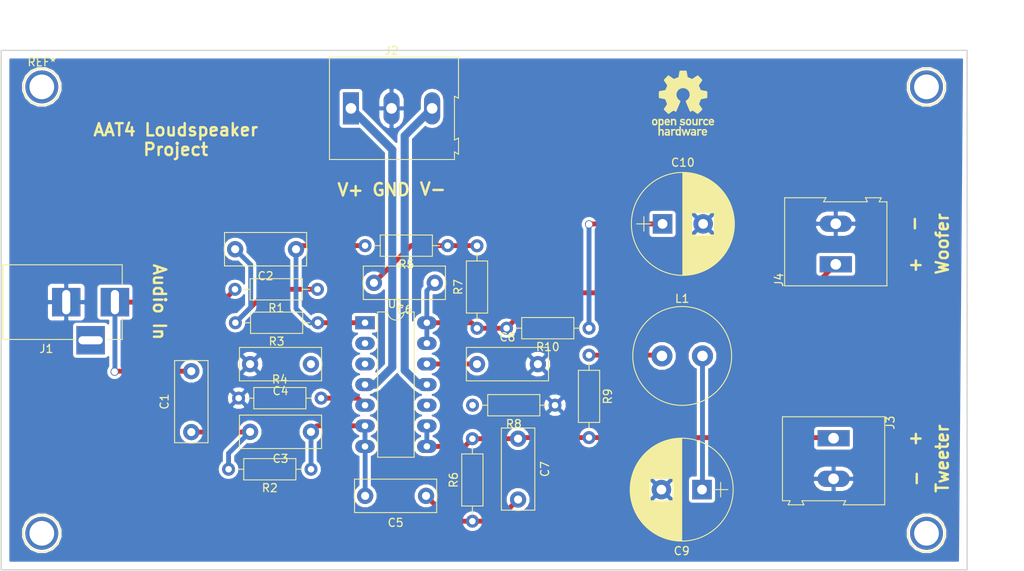
<source format=kicad_pcb>
(kicad_pcb (version 4) (host pcbnew 4.0.7-e2-6376~58~ubuntu16.04.1)
  (layers (0 F.Cu signal) (31 B.Cu signal) (34 B.Paste user) (35 F.Paste user) (36 B.SilkS user) (37 F.SilkS user) (38 B.Mask user) (39 F.Mask user) (44 Edge.Cuts user))
  (net 0 "")
  (net 1 "Net-(C2-Pad1)")
  (net 2 "Net-(C2-Pad2)")
  (net 3 "Net-(C4-Pad1)")
  (net 4 GNDA)
  (net 5 LP_OUT)
  (net 6 "Net-(C6-Pad2)")
  (net 7 "Net-(C8-Pad1)")
  (net 8 "Net-(C9-Pad1)")
  (net 9 "Net-(C10-Pad1)")
  (net 10 AUDIO_IN)
  (net 11 +Vs)
  (net 12 -Vs)
  (net 13 HP_OUT)
  (net 14 "Net-(L1-Pad1)")
  (net 15 "Net-(C3-Pad1)")
  (net 16 "Net-(R4-Pad2)")
  (net 17 "Net-(R8-Pad2)")
  (net 18 "Net-(C1-Pad1)")
  (net 19 "Net-(C5-Pad1)")
  (module Capacitors_THT:CP_Radial_D12.5mm_P5.00mm (layer F.Cu) (at 170.84 120.12 180)
    (fp_text reference C9 (at 2.5 -7.56 180) (layer F.SilkS))
    (fp_text value 33uF)
    (pad 1 thru_hole rect (at 0 0 180) (size 2.4 2.4) (drill 1.2) (layers *.Cu *.Mask) (net 8 "Net-(C9-Pad1)"))
    (pad 2 thru_hole circle (at 5 0 180) (size 2.4 2.4) (drill 1.2) (layers *.Cu *.Mask) (net 4 GNDA))
  )
  (module Capacitors_THT:CP_Radial_D12.5mm_P5.00mm (layer F.Cu) (at 165.98 87.38)
    (fp_text reference C10 (at 2.5 -7.56) (layer F.SilkS))
    (fp_text value 33uF)
    (pad 1 thru_hole rect (at 0 0) (size 2.4 2.4) (drill 1.2) (layers *.Cu *.Mask) (net 9 "Net-(C10-Pad1)"))
    (pad 2 thru_hole circle (at 5 0) (size 2.4 2.4) (drill 1.2) (layers *.Cu *.Mask) (net 4 GNDA))
  )
  (module Connectors:BARREL_JACK (layer F.Cu) (at 98.51 97.02)
    (fp_text reference J1 (at -8.45 5.75 180) (layer F.SilkS))
    (fp_text value Audio-Jack-2)
    (pad 1 thru_hole rect (at 0 0) (size 3.5 3.5) (drill oval 1 3) (layers *.Cu *.Mask) (net 10 AUDIO_IN))
    (pad 2 thru_hole rect (at -6 0) (size 3.5 3.5) (drill oval 1 3) (layers *.Cu *.Mask) (net 4 GNDA))
    (pad 3 thru_hole rect (at -3 4.7) (size 3.5 3.5) (drill oval 3 1) (layers *.Cu *.Mask))
  )
  (module Connectors_Terminal_Blocks:TerminalBlock_Altech_AK300-3_P5.00mm (layer F.Cu) (at 127.59 73.15)
    (fp_text reference J2 (at 5 -7.1) (layer F.SilkS))
    (fp_text value CONN_01X03)
    (pad 1 thru_hole rect (at 0 0) (size 1.98 3.96) (drill 1.32) (layers *.Cu *.Mask) (net 11 +Vs))
    (pad 2 thru_hole oval (at 5 0) (size 1.98 3.96) (drill 1.32) (layers *.Cu *.Mask) (net 4 GNDA))
    (pad 3 thru_hole oval (at 10 0) (size 1.98 3.96) (drill 1.32) (layers *.Cu *.Mask) (net 12 -Vs))
  )
  (module Connectors_Terminal_Blocks:TerminalBlock_Altech_AK300-2_P5.00mm (layer F.Cu) (at 187.05 113.79 270)
    (fp_text reference J3 (at -1.92 -6.99 270) (layer F.SilkS))
    (fp_text value "811582 DT-80H")
    (pad 1 thru_hole rect (at 0 0 270) (size 1.98 3.96) (drill 1.32) (layers *.Cu *.Mask) (net 13 HP_OUT))
    (pad 2 thru_hole oval (at 5 0 270) (size 1.98 3.96) (drill 1.32) (layers *.Cu *.Mask) (net 4 GNDA))
  )
  (module Connectors_Terminal_Blocks:TerminalBlock_Altech_AK300-2_P5.00mm (layer F.Cu) (at 187.32 92.36 90)
    (fp_text reference J4 (at -1.92 -6.99 90) (layer F.SilkS))
    (fp_text value TF1225)
    (pad 1 thru_hole rect (at 0 0 90) (size 1.98 3.96) (drill 1.32) (layers *.Cu *.Mask) (net 5 LP_OUT))
    (pad 2 thru_hole oval (at 5 0 90) (size 1.98 3.96) (drill 1.32) (layers *.Cu *.Mask) (net 4 GNDA))
  )
  (module Inductors_THT:L_Radial_D12.0mm_P5.00mm_Fastron_11P (layer F.Cu) (at 165.9 103.65)
    (fp_text reference L1 (at 2.5 -7.06) (layer F.SilkS))
    (fp_text value 0.7mH)
    (pad 1 thru_hole circle (at 0 0) (size 2.6 2.6) (drill 1.3) (layers *.Cu *.Mask) (net 14 "Net-(L1-Pad1)"))
    (pad 2 thru_hole circle (at 5 0) (size 2.6 2.6) (drill 1.3) (layers *.Cu *.Mask) (net 8 "Net-(C9-Pad1)"))
  )
  (module Housings_DIP:DIP-14_W7.62mm_LongPads (layer F.Cu) (at 129.32 99.56)
    (fp_text reference U1 (at 3.81 -2.33) (layer F.SilkS))
    (fp_text value TL074)
    (pad 1 thru_hole rect (at 0 0) (size 2.4 1.6) (drill 0.8) (layers *.Cu *.Mask) (net 1 "Net-(C2-Pad1)"))
    (pad 8 thru_hole oval (at 7.62 15.24) (size 2.4 1.6) (drill 0.8) (layers *.Cu *.Mask) (net 13 HP_OUT))
    (pad 2 thru_hole oval (at 0 2.54) (size 2.4 1.6) (drill 0.8) (layers *.Cu *.Mask) (net 1 "Net-(C2-Pad1)"))
    (pad 9 thru_hole oval (at 7.62 12.7) (size 2.4 1.6) (drill 0.8) (layers *.Cu *.Mask) (net 13 HP_OUT))
    (pad 3 thru_hole oval (at 0 5.08) (size 2.4 1.6) (drill 0.8) (layers *.Cu *.Mask) (net 3 "Net-(C4-Pad1)"))
    (pad 10 thru_hole oval (at 7.62 10.16) (size 2.4 1.6) (drill 0.8) (layers *.Cu *.Mask) (net 17 "Net-(R8-Pad2)"))
    (pad 4 thru_hole oval (at 0 7.62) (size 2.4 1.6) (drill 0.8) (layers *.Cu *.Mask) (net 11 +Vs))
    (pad 11 thru_hole oval (at 7.62 7.62) (size 2.4 1.6) (drill 0.8) (layers *.Cu *.Mask) (net 12 -Vs))
    (pad 5 thru_hole oval (at 0 10.16) (size 2.4 1.6) (drill 0.8) (layers *.Cu *.Mask) (net 16 "Net-(R4-Pad2)"))
    (pad 12 thru_hole oval (at 7.62 5.08) (size 2.4 1.6) (drill 0.8) (layers *.Cu *.Mask) (net 7 "Net-(C8-Pad1)"))
    (pad 6 thru_hole oval (at 0 12.7) (size 2.4 1.6) (drill 0.8) (layers *.Cu *.Mask) (net 15 "Net-(C3-Pad1)"))
    (pad 13 thru_hole oval (at 7.62 2.54) (size 2.4 1.6) (drill 0.8) (layers *.Cu *.Mask) (net 5 LP_OUT))
    (pad 7 thru_hole oval (at 0 15.24) (size 2.4 1.6) (drill 0.8) (layers *.Cu *.Mask) (net 15 "Net-(C3-Pad1)"))
    (pad 14 thru_hole oval (at 7.62 0) (size 2.4 1.6) (drill 0.8) (layers *.Cu *.Mask) (net 5 LP_OUT))
  )
  (module Resistors_THT:R_Axial_DIN0207_L6.3mm_D2.5mm_P10.16mm_Horizontal (layer F.Cu) (at 139.49 90.06 180)
    (fp_text reference R5 (at 5.08 -2.31 180) (layer F.SilkS))
    (fp_text value 1K9)
    (pad 1 thru_hole circle (at 0 0 180) (size 1.6 1.6) (drill 0.8) (layers *.Cu *.Mask) (net 6 "Net-(C6-Pad2)"))
    (pad 2 thru_hole oval (at 10.16 0 180) (size 1.6 1.6) (drill 0.8) (layers *.Cu *.Mask) (net 1 "Net-(C2-Pad1)"))
  )
  (module Resistors_THT:R_Axial_DIN0207_L6.3mm_D2.5mm_P10.16mm_Horizontal (layer F.Cu) (at 123.46 95.44 180)
    (fp_text reference R1 (at 5.08 -2.31 180) (layer F.SilkS))
    (fp_text value 1K9)
    (pad 1 thru_hole circle (at 0 0 180) (size 1.6 1.6) (drill 0.8) (layers *.Cu *.Mask) (net 2 "Net-(C2-Pad2)"))
    (pad 2 thru_hole oval (at 10.16 0 180) (size 1.6 1.6) (drill 0.8) (layers *.Cu *.Mask) (net 10 AUDIO_IN))
  )
  (module Resistors_THT:R_Axial_DIN0207_L6.3mm_D2.5mm_P10.16mm_Horizontal (layer F.Cu) (at 122.67 117.61 180)
    (fp_text reference R2 (at 5.08 -2.31 180) (layer F.SilkS))
    (fp_text value 1K9)
    (pad 1 thru_hole circle (at 0 0 180) (size 1.6 1.6) (drill 0.8) (layers *.Cu *.Mask) (net 15 "Net-(C3-Pad1)"))
    (pad 2 thru_hole oval (at 10.16 0 180) (size 1.6 1.6) (drill 0.8) (layers *.Cu *.Mask) (net 18 "Net-(C1-Pad1)"))
  )
  (module Resistors_THT:R_Axial_DIN0207_L6.3mm_D2.5mm_P10.16mm_Horizontal (layer F.Cu) (at 123.51 99.56 180)
    (fp_text reference R3 (at 5.08 -2.31 180) (layer F.SilkS))
    (fp_text value 1K9)
    (pad 1 thru_hole circle (at 0 0 180) (size 1.6 1.6) (drill 0.8) (layers *.Cu *.Mask) (net 1 "Net-(C2-Pad1)"))
    (pad 2 thru_hole oval (at 10.16 0 180) (size 1.6 1.6) (drill 0.8) (layers *.Cu *.Mask) (net 2 "Net-(C2-Pad2)"))
  )
  (module Resistors_THT:R_Axial_DIN0207_L6.3mm_D2.5mm_P10.16mm_Horizontal (layer F.Cu) (at 113.75 108.85)
    (fp_text reference R4 (at 5.08 -2.31) (layer F.SilkS))
    (fp_text value 3K9)
    (pad 1 thru_hole circle (at 0 0) (size 1.6 1.6) (drill 0.8) (layers *.Cu *.Mask) (net 4 GNDA))
    (pad 2 thru_hole oval (at 10.16 0) (size 1.6 1.6) (drill 0.8) (layers *.Cu *.Mask) (net 16 "Net-(R4-Pad2)"))
  )
  (module Resistors_THT:R_Axial_DIN0207_L6.3mm_D2.5mm_P10.16mm_Horizontal (layer F.Cu) (at 142.55 124.01 90)
    (fp_text reference R6 (at 5.08 -2.31 90) (layer F.SilkS))
    (fp_text value 1K9)
    (pad 1 thru_hole circle (at 0 0 90) (size 1.6 1.6) (drill 0.8) (layers *.Cu *.Mask) (net 19 "Net-(C5-Pad1)"))
    (pad 2 thru_hole oval (at 10.16 0 90) (size 1.6 1.6) (drill 0.8) (layers *.Cu *.Mask) (net 13 HP_OUT))
  )
  (module Resistors_THT:R_Axial_DIN0207_L6.3mm_D2.5mm_P10.16mm_Horizontal (layer F.Cu) (at 143.12 100.24 90)
    (fp_text reference R7 (at 5.08 -2.31 90) (layer F.SilkS))
    (fp_text value 1K9)
    (pad 1 thru_hole circle (at 0 0 90) (size 1.6 1.6) (drill 0.8) (layers *.Cu *.Mask) (net 5 LP_OUT))
    (pad 2 thru_hole oval (at 10.16 0 90) (size 1.6 1.6) (drill 0.8) (layers *.Cu *.Mask) (net 6 "Net-(C6-Pad2)"))
  )
  (module Resistors_THT:R_Axial_DIN0207_L6.3mm_D2.5mm_P10.16mm_Horizontal (layer F.Cu) (at 152.73 109.72 180)
    (fp_text reference R8 (at 5.08 -2.31 180) (layer F.SilkS))
    (fp_text value 3K9)
    (pad 1 thru_hole circle (at 0 0 180) (size 1.6 1.6) (drill 0.8) (layers *.Cu *.Mask) (net 4 GNDA))
    (pad 2 thru_hole oval (at 10.16 0 180) (size 1.6 1.6) (drill 0.8) (layers *.Cu *.Mask) (net 17 "Net-(R8-Pad2)"))
  )
  (module Resistors_THT:R_Axial_DIN0207_L6.3mm_D2.5mm_P10.16mm_Horizontal (layer F.Cu) (at 156.92 103.55 270)
    (fp_text reference R9 (at 5.08 -2.31 270) (layer F.SilkS))
    (fp_text value 6.8R)
    (pad 1 thru_hole circle (at 0 0 270) (size 1.6 1.6) (drill 0.8) (layers *.Cu *.Mask) (net 14 "Net-(L1-Pad1)"))
    (pad 2 thru_hole oval (at 10.16 0 270) (size 1.6 1.6) (drill 0.8) (layers *.Cu *.Mask) (net 13 HP_OUT))
  )
  (module Resistors_THT:R_Axial_DIN0207_L6.3mm_D2.5mm_P10.16mm_Horizontal (layer F.Cu) (at 156.92 100.23 180)
    (fp_text reference R10 (at 5.08 -2.31 180) (layer F.SilkS))
    (fp_text value 5.11r)
    (pad 1 thru_hole circle (at 0 0 180) (size 1.6 1.6) (drill 0.8) (layers *.Cu *.Mask) (net 9 "Net-(C10-Pad1)"))
    (pad 2 thru_hole oval (at 10.16 0 180) (size 1.6 1.6) (drill 0.8) (layers *.Cu *.Mask) (net 5 LP_OUT))
  )
  (module Capacitors_THT:C_Rect_L10.0mm_W4.0mm_P7.50mm_FKS3_FKP3 (layer F.Cu) (at 107.92 113.03 90)
    (fp_text reference C1 (at 3.75 -3.31 90) (layer F.SilkS))
    (fp_text value 100nF)
    (pad 1 thru_hole circle (at 0 0 90) (size 2 2) (drill 1) (layers *.Cu *.Mask) (net 18 "Net-(C1-Pad1)"))
    (pad 2 thru_hole circle (at 7.5 0 90) (size 2 2) (drill 1) (layers *.Cu *.Mask) (net 10 AUDIO_IN))
  )
  (module Capacitors_THT:C_Rect_L10.0mm_W4.0mm_P7.50mm_FKS3_FKP3 (layer F.Cu) (at 122.66 113 180)
    (fp_text reference C3 (at 3.75 -3.31 180) (layer F.SilkS))
    (fp_text value 100nF)
    (pad 1 thru_hole circle (at 0 0 180) (size 2 2) (drill 1) (layers *.Cu *.Mask) (net 15 "Net-(C3-Pad1)"))
    (pad 2 thru_hole circle (at 7.5 0 180) (size 2 2) (drill 1) (layers *.Cu *.Mask) (net 18 "Net-(C1-Pad1)"))
  )
  (module Capacitors_THT:C_Rect_L10.0mm_W4.0mm_P7.50mm_FKS3_FKP3 (layer F.Cu) (at 136.84 120.89 180)
    (fp_text reference C5 (at 3.75 -3.31 180) (layer F.SilkS))
    (fp_text value 100nF)
    (pad 1 thru_hole circle (at 0 0 180) (size 2 2) (drill 1) (layers *.Cu *.Mask) (net 19 "Net-(C5-Pad1)"))
    (pad 2 thru_hole circle (at 7.5 0 180) (size 2 2) (drill 1) (layers *.Cu *.Mask) (net 15 "Net-(C3-Pad1)"))
  )
  (module Capacitors_THT:C_Rect_L10.0mm_W4.0mm_P7.50mm_FKS3_FKP3 (layer F.Cu) (at 148.18 113.84 270)
    (fp_text reference C7 (at 3.75 -3.31 270) (layer F.SilkS))
    (fp_text value 100nF)
    (pad 1 thru_hole circle (at 0 0 270) (size 2 2) (drill 1) (layers *.Cu *.Mask) (net 13 HP_OUT))
    (pad 2 thru_hole circle (at 7.5 0 270) (size 2 2) (drill 1) (layers *.Cu *.Mask) (net 19 "Net-(C5-Pad1)"))
  )
  (module Capacitors_THT:C_Rect_L10.0mm_W4.0mm_P7.50mm_FKS3_FKP3 (layer F.Cu) (at 120.82 90.5 180)
    (fp_text reference C2 (at 3.75 -3.31 180) (layer F.SilkS))
    (fp_text value 220nF)
    (pad 1 thru_hole circle (at 0 0 180) (size 2 2) (drill 1) (layers *.Cu *.Mask) (net 1 "Net-(C2-Pad1)"))
    (pad 2 thru_hole circle (at 7.5 0 180) (size 2 2) (drill 1) (layers *.Cu *.Mask) (net 2 "Net-(C2-Pad2)"))
  )
  (module Capacitors_THT:C_Rect_L10.0mm_W4.0mm_P7.50mm_FKS3_FKP3 (layer F.Cu) (at 122.66 104.66 180)
    (fp_text reference C4 (at 3.75 -3.31 180) (layer F.SilkS))
    (fp_text value 100nF)
    (pad 1 thru_hole circle (at 0 0 180) (size 2 2) (drill 1) (layers *.Cu *.Mask) (net 3 "Net-(C4-Pad1)"))
    (pad 2 thru_hole circle (at 7.5 0 180) (size 2 2) (drill 1) (layers *.Cu *.Mask) (net 4 GNDA))
  )
  (module Capacitors_THT:C_Rect_L10.0mm_W4.0mm_P7.50mm_FKS3_FKP3 (layer F.Cu) (at 137.92 94.64 180)
    (fp_text reference C6 (at 3.75 -3.31 180) (layer F.SilkS))
    (fp_text value 220nF)
    (pad 1 thru_hole circle (at 0 0 180) (size 2 2) (drill 1) (layers *.Cu *.Mask) (net 5 LP_OUT))
    (pad 2 thru_hole circle (at 7.5 0 180) (size 2 2) (drill 1) (layers *.Cu *.Mask) (net 6 "Net-(C6-Pad2)"))
  )
  (module Capacitors_THT:C_Rect_L10.0mm_W4.0mm_P7.50mm_FKS3_FKP3 (layer F.Cu) (at 143.12 104.66)
    (fp_text reference C8 (at 3.75 -3.31) (layer F.SilkS))
    (fp_text value 100nF)
    (pad 1 thru_hole circle (at 0 0) (size 2 2) (drill 1) (layers *.Cu *.Mask) (net 7 "Net-(C8-Pad1)"))
    (pad 2 thru_hole circle (at 7.5 0) (size 2 2) (drill 1) (layers *.Cu *.Mask) (net 4 GNDA))
  )
  (module Connectors:1pin (layer F.Cu) (at 89.5 125.5)
    (fp_text reference "" (at 0 -3.048) (layer F.SilkS))
    (fp_text value 1pin)
    (pad 1 thru_hole circle (at 0 0) (size 4.064 4.064) (drill 3.048) (layers *.Cu *.Mask))
  )
  (module Connectors:1pin (layer F.Cu) (at 89.5 70.5)
    (fp_text reference REF* (at 0 -3.048) (layer F.SilkS))
    (fp_text value 1pin)
    (pad 1 thru_hole circle (at 0 0) (size 4.064 4.064) (drill 3.048) (layers *.Cu *.Mask))
  )
  (module Connectors:1pin (layer F.Cu) (at 198.5 70.5)
    (fp_text reference "" (at 0 -3.048) (layer F.SilkS))
    (fp_text value 1pin)
    (pad 1 thru_hole circle (at 0 0) (size 4.064 4.064) (drill 3.048) (layers *.Cu *.Mask))
  )
  (module Connectors:1pin (layer F.Cu) (at 198.5 125.5)
    (fp_text reference "" (at 0 -3.048) (layer F.SilkS))
    (fp_text value 1pin)
    (pad 1 thru_hole circle (at 0 0) (size 4.064 4.064) (drill 3.048) (layers *.Cu *.Mask))
  )
  (module Symbols:OSHW-Logo_7.5x8mm_SilkScreen (layer F.Cu) (at 168.5 72.5)
    (fp_text reference REF*** hide)
    (fp_text value OSHW-Logo_7.5x8mm_SilkScreen hide)
  )
  (gr_text "Audio In" (at 104 97 270) (layer F.SilkS) (effects (font (size 1.5 1.5) (thickness 0.3))))
  (gr_text "AAT4 Loudspeaker\nProject" (at 106 77) (layer F.SilkS) (effects (font (size 1.5 1.5) (thickness 0.3))))
  (gr_line (start 84.5 130) (end 88.5 130) (angle 90) (layer Edge.Cuts) (width 0.15))
  (gr_line (start 84.5 66) (end 84.5 130) (angle 90) (layer Edge.Cuts) (width 0.15))
  (gr_line (start 88.5 66) (end 84.5 66) (angle 90) (layer Edge.Cuts) (width 0.15))
  (gr_line (start 203.5 130) (end 203.5 66) (angle 90) (layer Edge.Cuts) (width 0.15))
  (gr_line (start 88.5 130) (end 203.5 130) (angle 90) (layer Edge.Cuts) (width 0.15))
  (gr_line (start 203.5 66) (end 88.5 66) (angle 90) (layer Edge.Cuts) (width 0.15))
  (gr_text - (at 197.19 118.75 90) (layer F.SilkS) (effects (font (size 1.5 1.5) (thickness 0.3))))
  (gr_text + (at 197.19 113.72) (layer F.SilkS) (effects (font (size 1.5 1.5) (thickness 0.3))))
  (gr_text Tweeter (at 200.45 116.29 90) (layer F.SilkS) (effects (font (size 1.5 1.5) (thickness 0.3))))
  (gr_text - (at 196.96 87.35 90) (layer F.SilkS) (effects (font (size 1.5 1.5) (thickness 0.3))))
  (gr_text + (at 197.19 92.35) (layer F.SilkS) (effects (font (size 1.5 1.5) (thickness 0.3))))
  (gr_text Woofer (at 200.45 89.84 90) (layer F.SilkS) (effects (font (size 1.5 1.5) (thickness 0.3))))
  (gr_text V- (at 137.68 83.09) (layer F.SilkS) (effects (font (size 1.5 1.5) (thickness 0.3))))
  (gr_text GND (at 132.53 83.17) (layer F.SilkS) (effects (font (size 1.5 1.5) (thickness 0.3))))
  (gr_text V+ (at 127.53 83.19) (layer F.SilkS) (effects (font (size 1.5 1.5) (thickness 0.3))))
  (segment (start 123.51 99.56) (end 122.56 99.56) (width 0.6) (layer B.Cu) (net 1))
  (segment (start 120.82 97.82) (end 120.82 90.5) (width 0.6) (layer B.Cu) (net 1))
  (segment (start 122.56 99.56) (end 120.82 97.82) (width 0.6) (layer B.Cu) (net 1))
  (segment (start 129.32 99.56) (end 123.51 99.56) (width 0.6) (layer F.Cu) (net 1))
  (segment (start 129.33 90.06) (end 121.26 90.06) (width 0.6) (layer F.Cu) (net 1))
  (segment (start 121.26 90.06) (end 120.82 90.5) (width 0.6) (layer F.Cu) (net 1))
  (segment (start 113.32 90.5) (end 115.24 92.42) (width 0.6) (layer B.Cu) (net 2))
  (segment (start 115.24 97.67) (end 113.35 99.56) (width 0.6) (layer B.Cu) (net 2))
  (segment (start 115.24 92.42) (end 115.24 97.67) (width 0.6) (layer B.Cu) (net 2))
  (segment (start 113.35 99.56) (end 117.47 95.44) (width 0.6) (layer F.Cu) (net 2))
  (segment (start 117.47 95.44) (end 123.46 95.44) (width 0.6) (layer F.Cu) (net 2))
  (segment (start 146.76 100.23) (end 151.12 95.87) (width 0.6) (layer F.Cu) (net 5))
  (segment (start 183.81 95.87) (end 187.32 92.36) (width 0.6) (layer F.Cu) (net 5))
  (segment (start 151.12 95.87) (end 183.81 95.87) (width 0.6) (layer F.Cu) (net 5))
  (segment (start 146.76 100.23) (end 146.75 100.24) (width 0.6) (layer F.Cu) (net 5))
  (segment (start 146.75 100.24) (end 143.12 100.24) (width 0.6) (layer F.Cu) (net 5))
  (segment (start 143.12 100.24) (end 142.44 99.56) (width 0.6) (layer F.Cu) (net 5))
  (segment (start 142.44 99.56) (end 136.94 99.56) (width 0.6) (layer F.Cu) (net 5))
  (segment (start 136.94 99.56) (end 136.94 95.62) (width 0.6) (layer B.Cu) (net 5))
  (segment (start 136.94 95.62) (end 137.92 94.64) (width 0.6) (layer B.Cu) (net 5))
  (segment (start 136.94 102.1) (end 136.94 99.56) (width 0.6) (layer B.Cu) (net 5))
  (segment (start 139.49 90.06) (end 143.1 90.06) (width 0.6) (layer F.Cu) (net 6))
  (segment (start 143.1 90.06) (end 143.12 90.08) (width 0.6) (layer F.Cu) (net 6))
  (segment (start 139.49 90.06) (end 135 90.06) (width 0.6) (layer F.Cu) (net 6))
  (segment (start 135 90.06) (end 130.42 94.64) (width 0.6) (layer F.Cu) (net 6))
  (segment (start 143.12 104.66) (end 143.1 104.64) (width 0.6) (layer F.Cu) (net 7))
  (segment (start 143.1 104.64) (end 136.94 104.64) (width 0.6) (layer F.Cu) (net 7))
  (segment (start 170.9 103.65) (end 170.9 120.06) (width 0.6) (layer B.Cu) (net 8))
  (segment (start 170.9 120.06) (end 170.84 120.12) (width 0.6) (layer B.Cu) (net 8))
  (segment (start 156.92 100.23) (end 156.92 87.44) (width 0.6) (layer B.Cu) (net 9))
  (segment (start 156.98 87.38) (end 165.98 87.38) (width 0.6) (layer F.Cu) (net 9))
  (segment (start 156.92 87.44) (end 156.98 87.38) (width 0.6) (layer F.Cu) (net 9))
  (via (at 156.92 87.44) (size 1) (drill 0.8) (layers F.Cu B.Cu) (net 9))
  (segment (start 107.92 105.53) (end 98.53 105.53) (width 0.6) (layer F.Cu) (net 10))
  (segment (start 98.51 105.55) (end 98.51 97.02) (width 0.6) (layer B.Cu) (net 10))
  (segment (start 98.47 105.59) (end 98.51 105.55) (width 0.6) (layer B.Cu) (net 10))
  (via (at 98.47 105.59) (size 1) (drill 0.8) (layers F.Cu B.Cu) (net 10))
  (segment (start 98.53 105.53) (end 98.47 105.59) (width 0.6) (layer F.Cu) (net 10))
  (segment (start 113.3 95.44) (end 111.72 97.02) (width 0.6) (layer F.Cu) (net 10))
  (segment (start 111.72 97.02) (end 98.51 97.02) (width 0.6) (layer F.Cu) (net 10))
  (segment (start 127.59 73.15) (end 132.68 78.24) (width 1) (layer B.Cu) (net 11))
  (segment (start 130.54 107.18) (end 129.32 107.18) (width 1) (layer B.Cu) (net 11))
  (segment (start 132.68 105.04) (end 130.54 107.18) (width 1) (layer B.Cu) (net 11))
  (segment (start 132.68 78.24) (end 132.68 105.04) (width 1) (layer B.Cu) (net 11))
  (segment (start 137.59 73.15) (end 134.21 76.53) (width 1) (layer B.Cu) (net 12))
  (segment (start 134.21 105.42) (end 135.97 107.18) (width 1) (layer B.Cu) (net 12))
  (segment (start 134.21 76.53) (end 134.21 105.42) (width 1) (layer B.Cu) (net 12))
  (segment (start 135.97 107.18) (end 136.94 107.18) (width 1) (layer B.Cu) (net 12))
  (segment (start 156.92 113.71) (end 186.97 113.71) (width 0.6) (layer F.Cu) (net 13))
  (segment (start 186.97 113.71) (end 187.05 113.79) (width 0.6) (layer F.Cu) (net 13))
  (segment (start 148.18 113.84) (end 148.31 113.71) (width 0.6) (layer F.Cu) (net 13))
  (segment (start 148.31 113.71) (end 156.92 113.71) (width 0.6) (layer F.Cu) (net 13))
  (segment (start 142.55 113.85) (end 142.56 113.84) (width 0.6) (layer F.Cu) (net 13))
  (segment (start 142.56 113.84) (end 148.18 113.84) (width 0.6) (layer F.Cu) (net 13))
  (segment (start 136.94 114.8) (end 136.94 112.26) (width 0.6) (layer B.Cu) (net 13))
  (segment (start 142.55 113.85) (end 141.6 114.8) (width 0.6) (layer F.Cu) (net 13))
  (segment (start 141.6 114.8) (end 136.94 114.8) (width 0.6) (layer F.Cu) (net 13))
  (segment (start 156.92 103.55) (end 165.8 103.55) (width 0.6) (layer F.Cu) (net 14))
  (segment (start 165.8 103.55) (end 165.9 103.65) (width 0.6) (layer F.Cu) (net 14))
  (segment (start 129.32 114.8) (end 129.34 114.82) (width 0.6) (layer B.Cu) (net 15))
  (segment (start 129.34 114.82) (end 129.34 120.89) (width 0.6) (layer B.Cu) (net 15))
  (segment (start 122.66 113) (end 122.67 113.01) (width 0.6) (layer B.Cu) (net 15))
  (segment (start 122.67 113.01) (end 122.67 117.61) (width 0.6) (layer B.Cu) (net 15))
  (segment (start 129.32 112.26) (end 129.32 114.8) (width 0.6) (layer B.Cu) (net 15))
  (segment (start 122.66 113) (end 123.4 112.26) (width 0.6) (layer F.Cu) (net 15))
  (segment (start 123.4 112.26) (end 129.32 112.26) (width 0.6) (layer F.Cu) (net 15))
  (segment (start 123.91 108.85) (end 128.45 108.85) (width 0.6) (layer F.Cu) (net 16))
  (segment (start 128.45 108.85) (end 129.32 109.72) (width 0.6) (layer F.Cu) (net 16))
  (segment (start 115.16 113) (end 115.13 113.03) (width 0.6) (layer F.Cu) (net 18))
  (segment (start 115.13 113.03) (end 107.92 113.03) (width 0.6) (layer F.Cu) (net 18))
  (segment (start 115.16 113) (end 112.51 115.65) (width 0.6) (layer B.Cu) (net 18))
  (segment (start 112.51 115.65) (end 112.51 117.61) (width 0.6) (layer B.Cu) (net 18))
  (segment (start 142.55 124.01) (end 145.51 124.01) (width 0.6) (layer F.Cu) (net 19))
  (segment (start 145.51 124.01) (end 148.18 121.34) (width 0.6) (layer F.Cu) (net 19))
  (segment (start 136.84 120.89) (end 139.96 124.01) (width 0.6) (layer F.Cu) (net 19))
  (segment (start 139.96 124.01) (end 142.55 124.01) (width 0.6) (layer F.Cu) (net 19))
  (zone (net 4) (net_name GNDA) (layer B.Cu) (connect_pads (clearance 0.4)) (min_thickness 0.254) (fill yes (arc_segments 16) (thermal_gap 0.508) (thermal_bridge_width 0.508))
    (polygon (pts (xy 202.5 129) (xy 85.5 129) (xy 85.5 67) (xy 203 67)))
  )
)
</source>
